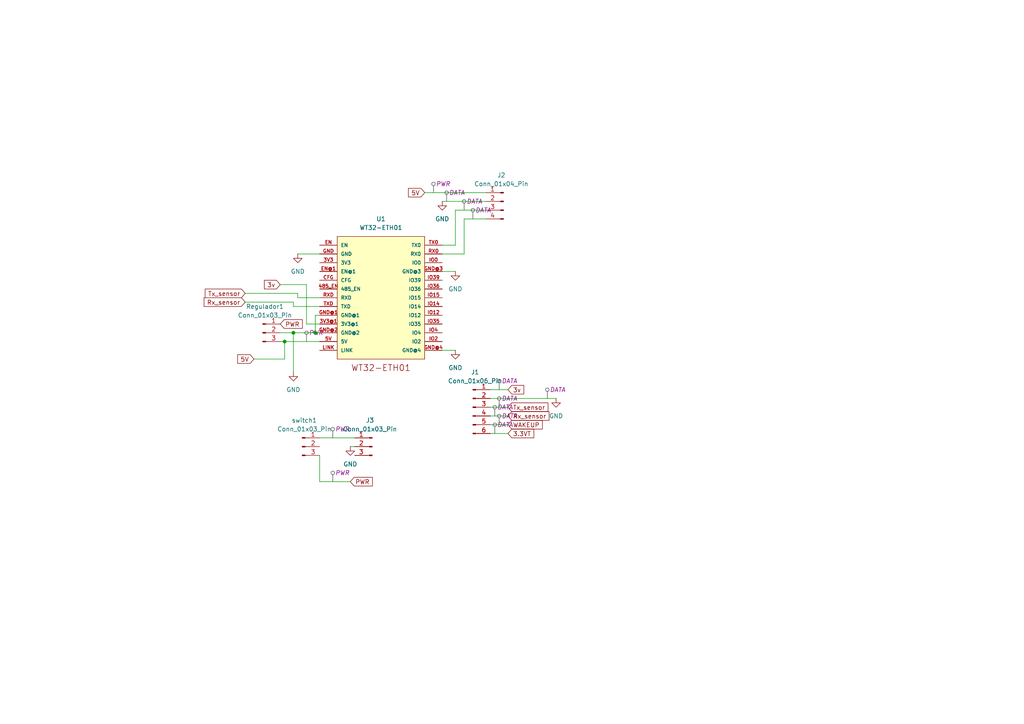
<source format=kicad_sch>
(kicad_sch (version 20231120) (generator "eeschema") (generator_version "8.0")
  (paper "A4")
  (lib_symbols
    (symbol "Connector:Conn_01x03_Pin" (pin_names (offset 1.016) hide)
      (property "Reference" "J" (at 0 5.08 0))
      (property "Value" "Conn_01x03_Pin" (at 0 -5.08 0))
      (symbol "Conn_01x03_Pin_1_1"
        (polyline (pts (xy 1.27 -2.54) (xy 0.8636 -2.54)) (stroke (width 0.1524)))
        (polyline (pts (xy 1.27 0) (xy 0.8636 0)) (stroke (width 0.1524)))
        (polyline (pts (xy 1.27 2.54) (xy 0.8636 2.54)) (stroke (width 0.1524)))
        (rectangle (start 0.8636 -2.413) (end 0 -2.667) (stroke (width 0.1524)) (fill (type outline)))
        (rectangle (start 0.8636 0.127) (end 0 -0.127) (stroke (width 0.1524)) (fill (type outline)))
        (rectangle (start 0.8636 2.667) (end 0 2.413) (stroke (width 0.1524)) (fill (type outline)))
        (pin passive line (at 5.08 2.54 180) (length 3.81) (name "Pin_1") (number "1"))
        (pin passive line (at 5.08 0 180) (length 3.81) (name "Pin_2") (number "2"))
        (pin passive line (at 5.08 -2.54 180) (length 3.81) (name "Pin_3") (number "3"))
      )
    )
    (symbol "Connector:Conn_01x04_Pin" (pin_names (offset 1.016) hide)
      (property "Reference" "J" (at 0 5.08 0))
      (property "Value" "Conn_01x04_Pin" (at 0 -7.62 0))
      (symbol "Conn_01x04_Pin_1_1"
        (polyline (pts (xy 1.27 -5.08) (xy 0.8636 -5.08)) (stroke (width 0.1524)))
        (polyline (pts (xy 1.27 -2.54) (xy 0.8636 -2.54)) (stroke (width 0.1524)))
        (polyline (pts (xy 1.27 0) (xy 0.8636 0)) (stroke (width 0.1524)))
        (polyline (pts (xy 1.27 2.54) (xy 0.8636 2.54)) (stroke (width 0.1524)))
        (rectangle (start 0.8636 -4.953) (end 0 -5.207) (stroke (width 0.1524)) (fill (type outline)))
        (rectangle (start 0.8636 -2.413) (end 0 -2.667) (stroke (width 0.1524)) (fill (type outline)))
        (rectangle (start 0.8636 0.127) (end 0 -0.127) (stroke (width 0.1524)) (fill (type outline)))
        (rectangle (start 0.8636 2.667) (end 0 2.413) (stroke (width 0.1524)) (fill (type outline)))
        (pin passive line (at 5.08 2.54 180) (length 3.81) (name "Pin_1") (number "1"))
        (pin passive line (at 5.08 0 180) (length 3.81) (name "Pin_2") (number "2"))
        (pin passive line (at 5.08 -2.54 180) (length 3.81) (name "Pin_3") (number "3"))
        (pin passive line (at 5.08 -5.08 180) (length 3.81) (name "Pin_4") (number "4"))
      )
    )
    (symbol "Connector:Conn_01x06_Pin" (pin_names (offset 1.016) hide)
      (property "Reference" "J" (at 0 7.62 0))
      (property "Value" "Conn_01x06_Pin" (at 0 -10.16 0))
      (symbol "Conn_01x06_Pin_1_1"
        (polyline (pts (xy 1.27 -7.62) (xy 0.8636 -7.62)) (stroke (width 0.1524)))
        (polyline (pts (xy 1.27 -5.08) (xy 0.8636 -5.08)) (stroke (width 0.1524)))
        (polyline (pts (xy 1.27 -2.54) (xy 0.8636 -2.54)) (stroke (width 0.1524)))
        (polyline (pts (xy 1.27 0) (xy 0.8636 0)) (stroke (width 0.1524)))
        (polyline (pts (xy 1.27 2.54) (xy 0.8636 2.54)) (stroke (width 0.1524)))
        (polyline (pts (xy 1.27 5.08) (xy 0.8636 5.08)) (stroke (width 0.1524)))
        (rectangle (start 0.8636 -7.493) (end 0 -7.747) (stroke (width 0.1524)) (fill (type outline)))
        (rectangle (start 0.8636 -4.953) (end 0 -5.207) (stroke (width 0.1524)) (fill (type outline)))
        (rectangle (start 0.8636 -2.413) (end 0 -2.667) (stroke (width 0.1524)) (fill (type outline)))
        (rectangle (start 0.8636 0.127) (end 0 -0.127) (stroke (width 0.1524)) (fill (type outline)))
        (rectangle (start 0.8636 2.667) (end 0 2.413) (stroke (width 0.1524)) (fill (type outline)))
        (rectangle (start 0.8636 5.207) (end 0 4.953) (stroke (width 0.1524)) (fill (type outline)))
        (pin passive line (at 5.08 5.08 180) (length 3.81) (name "Pin_1") (number "1"))
        (pin passive line (at 5.08 2.54 180) (length 3.81) (name "Pin_2") (number "2"))
        (pin passive line (at 5.08 0 180) (length 3.81) (name "Pin_3") (number "3"))
        (pin passive line (at 5.08 -2.54 180) (length 3.81) (name "Pin_4") (number "4"))
        (pin passive line (at 5.08 -5.08 180) (length 3.81) (name "Pin_5") (number "5"))
        (pin passive line (at 5.08 -7.62 180) (length 3.81) (name "Pin_6") (number "6"))
      )
    )
    (symbol "WT32-ETH01:WT32-ETH01" (pin_names (offset 1.016))
      (property "Reference" "U" (at 0 0 0))
      (property "Value" "WT32-ETH01" (at 0 0 0))
      (symbol "WT32-ETH01_0_0"
        (rectangle (start -12.7 -17.78) (end 12.7 17.78) (stroke (width 0.1524)) (fill (type background)))
        (text "WT32-ETH01" (at 0 -20.32 0) (effects (font (size 1.778 1.778))))
        (pin bidirectional line (at -17.78 10.16 0) (length 5.08) (name "3V3") (number "3V3"))
        (pin bidirectional line (at -17.78 -7.62 0) (length 5.08) (name "3V3@1") (number "3V3@1"))
        (pin bidirectional line (at -17.78 2.54 0) (length 5.08) (name "485_EN") (number "485_EN"))
        (pin bidirectional line (at -17.78 -12.7 0) (length 5.08) (name "5V") (number "5V"))
        (pin bidirectional line (at -17.78 5.08 0) (length 5.08) (name "CFG") (number "CFG"))
        (pin bidirectional line (at -17.78 15.24 0) (length 5.08) (name "EN") (number "EN"))
        (pin bidirectional line (at -17.78 7.62 0) (length 5.08) (name "EN@1") (number "EN@1"))
        (pin bidirectional line (at -17.78 12.7 0) (length 5.08) (name "GND") (number "GND"))
        (pin bidirectional line (at -17.78 -5.08 0) (length 5.08) (name "GND@1") (number "GND@1"))
        (pin bidirectional line (at -17.78 -10.16 0) (length 5.08) (name "GND@2") (number "GND@2"))
        (pin bidirectional line (at 17.78 7.62 180) (length 5.08) (name "GND@3") (number "GND@3"))
        (pin bidirectional line (at 17.78 -15.24 180) (length 5.08) (name "GND@4") (number "GND@4"))
        (pin bidirectional line (at 17.78 10.16 180) (length 5.08) (name "IO0") (number "IO0"))
        (pin bidirectional line (at 17.78 -5.08 180) (length 5.08) (name "IO12") (number "IO12"))
        (pin bidirectional line (at 17.78 -2.54 180) (length 5.08) (name "IO14") (number "IO14"))
        (pin bidirectional line (at 17.78 0 180) (length 5.08) (name "IO15") (number "IO15"))
        (pin bidirectional line (at 17.78 -12.7 180) (length 5.08) (name "IO2") (number "IO2"))
        (pin bidirectional line (at 17.78 -7.62 180) (length 5.08) (name "IO35") (number "IO35"))
        (pin bidirectional line (at 17.78 2.54 180) (length 5.08) (name "IO36") (number "IO36"))
        (pin bidirectional line (at 17.78 5.08 180) (length 5.08) (name "IO39") (number "IO39"))
        (pin bidirectional line (at 17.78 -10.16 180) (length 5.08) (name "IO4") (number "IO4"))
        (pin bidirectional line (at -17.78 -15.24 0) (length 5.08) (name "LINK") (number "LINK"))
        (pin bidirectional line (at 17.78 12.7 180) (length 5.08) (name "RX0") (number "RX0"))
        (pin bidirectional line (at -17.78 0 0) (length 5.08) (name "RXD") (number "RXD"))
        (pin bidirectional line (at 17.78 15.24 180) (length 5.08) (name "TX0") (number "TX0"))
        (pin bidirectional line (at -17.78 -2.54 0) (length 5.08) (name "TXD") (number "TXD"))
      )
    )
    (symbol "power:GND" (power) (pin_numbers hide) (pin_names (offset 0) hide)
      (property "Value" "GND" (at 0 -3.81 0))
      (symbol "GND_0_1"
        (polyline (pts (xy 0 0) (xy 0 -1.27) (xy 1.27 -1.27) (xy 0 -2.54) (xy -1.27 -1.27) (xy 0 -1.27)))
      )
      (symbol "GND_1_1"
        (pin power_in line (at 0 0 270) (length 0) (name "~") (number "1"))
      )
    )
  )
  (junction (at 82.55 99.06))
  (junction (at 85.09 96.52))
  (junction (at 91.44 96.52))
  (wire (pts (xy 142.24 123.19) (xy 147.32 123.19)))
  (wire (pts (xy 81.28 99.06) (xy 82.55 99.06)))
  (wire (pts (xy 101.6 129.54) (xy 102.87 129.54)))
  (wire (pts (xy 132.08 60.96) (xy 132.08 71.12)))
  (wire (pts (xy 91.44 96.52) (xy 92.71 96.52)))
  (wire (pts (xy 71.12 85.09) (xy 86.36 85.09)))
  (wire (pts (xy 128.27 78.74) (xy 132.08 78.74)))
  (wire (pts (xy 128.27 58.42) (xy 140.97 58.42)))
  (wire (pts (xy 128.27 101.6) (xy 132.08 101.6)))
  (wire (pts (xy 86.36 85.09) (xy 86.36 86.36)))
  (wire (pts (xy 134.62 73.66) (xy 134.62 63.5)))
  (wire (pts (xy 92.71 127) (xy 102.87 127)))
  (wire (pts (xy 73.66 104.14) (xy 82.55 104.14)))
  (wire (pts (xy 81.28 82.55) (xy 88.9 82.55)))
  (wire (pts (xy 132.08 60.96) (xy 140.97 60.96)))
  (wire (pts (xy 85.09 88.9) (xy 92.71 88.9)))
  (wire (pts (xy 71.12 87.63) (xy 85.09 87.63)))
  (wire (pts (xy 91.44 91.44) (xy 91.44 96.52)))
  (wire (pts (xy 101.6 139.7) (xy 92.71 139.7)))
  (wire (pts (xy 128.27 73.66) (xy 134.62 73.66)))
  (wire (pts (xy 134.62 63.5) (xy 140.97 63.5)))
  (wire (pts (xy 123.19 55.88) (xy 140.97 55.88)))
  (wire (pts (xy 142.24 120.65) (xy 147.32 120.65)))
  (wire (pts (xy 82.55 99.06) (xy 92.71 99.06)))
  (wire (pts (xy 88.9 93.98) (xy 92.71 93.98)))
  (wire (pts (xy 81.28 96.52) (xy 85.09 96.52)))
  (wire (pts (xy 142.24 115.57) (xy 161.29 115.57)))
  (wire (pts (xy 82.55 104.14) (xy 82.55 99.06)))
  (wire (pts (xy 142.24 125.73) (xy 147.32 125.73)))
  (wire (pts (xy 85.09 87.63) (xy 85.09 88.9)))
  (wire (pts (xy 86.36 73.66) (xy 92.71 73.66)))
  (wire (pts (xy 142.24 118.11) (xy 147.32 118.11)))
  (wire (pts (xy 147.32 113.03) (xy 142.24 113.03)))
  (wire (pts (xy 86.36 86.36) (xy 92.71 86.36)))
  (wire (pts (xy 85.09 96.52) (xy 91.44 96.52)))
  (wire (pts (xy 132.08 71.12) (xy 128.27 71.12)))
  (wire (pts (xy 92.71 91.44) (xy 91.44 91.44)))
  (wire (pts (xy 85.09 96.52) (xy 85.09 107.95)))
  (wire (pts (xy 92.71 139.7) (xy 92.71 132.08)))
  (wire (pts (xy 88.9 82.55) (xy 88.9 93.98)))
  (global_label "PWR" (shape input) (at 101.6 139.7 0) (property "Intersheetrefs" "${INTERSHEET_REFS}" (effects (hide yes))))
  (global_label "PWR" (shape input) (at 81.28 93.98 0) (property "Intersheetrefs" "${INTERSHEET_REFS}" (effects (hide yes))))
  (global_label "3v" (shape input) (at 81.28 82.55 180) (property "Intersheetrefs" "${INTERSHEET_REFS}" (effects (hide yes))))
  (global_label "5V" (shape input) (at 123.19 55.88 180) (property "Intersheetrefs" "${INTERSHEET_REFS}" (effects (hide yes))))
  (global_label "Tx_sensor" (shape input) (at 147.32 118.11 0) (property "Intersheetrefs" "${INTERSHEET_REFS}" (effects (hide yes))))
  (global_label "5V" (shape input) (at 73.66 104.14 180) (property "Intersheetrefs" "${INTERSHEET_REFS}" (effects (hide yes))))
  (global_label "Rx_sensor" (shape input) (at 147.32 120.65 0) (property "Intersheetrefs" "${INTERSHEET_REFS}" (effects (hide yes))))
  (global_label "Tx_sensor" (shape input) (at 71.12 85.09 180) (property "Intersheetrefs" "${INTERSHEET_REFS}" (effects (hide yes))))
  (global_label "3v" (shape input) (at 147.32 113.03 0) (property "Intersheetrefs" "${INTERSHEET_REFS}" (effects (hide yes))))
  (global_label "Rx_sensor" (shape input) (at 71.12 87.63 180) (property "Intersheetrefs" "${INTERSHEET_REFS}" (effects (hide yes))))
  (global_label "WAKEUP" (shape input) (at 147.32 123.19 0) (property "Intersheetrefs" "${INTERSHEET_REFS}" (effects (hide yes))))
  (global_label "3.3VT" (shape input) (at 147.32 125.73 0) (property "Intersheetrefs" "${INTERSHEET_REFS}" (effects (hide yes))))
  (netclass_flag "" (length 2.54) (shape round) (at 96.52 127 0) (property "Netclass" "PWR" (at 97.2185 124.46 0) (effects (font (italic yes)) (justify left))))
  (netclass_flag "" (length 2.54) (shape round) (at 125.73 55.88 0) (property "Netclass" "PWR" (at 126.4285 53.34 0) (effects (font (italic yes)) (justify left))))
  (netclass_flag "" (length 2.54) (shape round) (at 96.52 139.7 0) (property "Netclass" "PWR" (at 97.2185 137.16 0) (effects (font (italic yes)) (justify left))))
  (netclass_flag "" (length 2.54) (shape round) (at 144.78 113.03 0) (property "Netclass" "DATA" (at 145.4785 110.49 0) (effects (font (italic yes)) (justify left))))
  (netclass_flag "" (length 2.54) (shape round) (at 143.51 125.73 0) (property "Netclass" "DATA" (at 144.2085 123.19 0) (effects (font (italic yes)) (justify left))))
  (netclass_flag "" (length 2.54) (shape round) (at 158.75 115.57 0) (property "Netclass" "DATA" (at 159.4485 113.03 0) (effects (font (italic yes)) (justify left))))
  (netclass_flag "" (length 2.54) (shape round) (at 129.54 58.42 0) (property "Netclass" "DATA" (at 130.2385 55.88 0) (effects (font (italic yes)) (justify left))))
  (netclass_flag "" (length 2.54) (shape round) (at 137.16 63.5 0) (property "Netclass" "DATA" (at 137.8585 60.96 0) (effects (font (italic yes)) (justify left))))
  (netclass_flag "" (length 2.54) (shape round) (at 144.78 118.11 0) (property "Netclass" "DATA" (at 145.4785 115.57 0) (effects (font (italic yes)) (justify left))))
  (netclass_flag "" (length 2.54) (shape round) (at 88.9 99.06 0) (property "Netclass" "PWR" (at 89.5985 96.52 0) (effects (font (italic yes)) (justify left))))
  (netclass_flag "" (length 2.54) (shape round) (at 143.51 120.65 0) (property "Netclass" "DATA" (at 144.2085 118.11 0) (effects (font (italic yes)) (justify left))))
  (netclass_flag "" (length 2.54) (shape round) (at 144.78 123.19 0) (property "Netclass" "DATA" (at 145.4785 120.65 0) (effects (font (italic yes)) (justify left))))
  (netclass_flag "" (length 2.54) (shape round) (at 134.62 60.96 0) (property "Netclass" "DATA" (at 135.3185 58.42 0) (effects (font (italic yes)) (justify left))))
  (symbol (lib_id "power:GND") (at 101.6 129.54 0) (unit 1)
    (property "Reference" "#PWR04" (effects (hide yes)))
    (property "Value" "GND" (at 101.6 134.62 0))
    (property "Description" "Power symbol creates a global label with name \"GND\" , ground" (effects (hide yes)))
  )
  (symbol (lib_id "Connector:Conn_01x04_Pin") (at 146.05 58.42 0) (mirror y) (unit 1)
    (property "Reference" "J2" (at 145.415 50.8 0))
    (property "Value" "Conn_01x04_Pin" (at 145.415 53.34 0))
    (property "Footprint" "Connector_Molex:Molex_KK-254_AE-6410-04A_1x04_P2.54mm_Vertical" (effects (hide yes)))
    (property "Description" "Generic connector, single row, 01x04, script generated" (effects (hide yes)))
  )
  (symbol (lib_id "Connector:Conn_01x03_Pin") (at 76.2 96.52 0) (unit 1)
    (property "Reference" "Regulador1" (at 76.835 88.9 0))
    (property "Value" "Conn_01x03_Pin" (at 76.835 91.44 0))
    (property "Footprint" "Connector_PinHeader_2.54mm:PinHeader_1x03_P2.54mm_Vertical" (effects (hide yes)))
    (property "Description" "Generic connector, single row, 01x03, script generated" (effects (hide yes)))
  )
  (symbol (lib_id "WT32-ETH01:WT32-ETH01") (at 110.49 86.36 0) (unit 1)
    (property "Reference" "U1" (at 110.49 63.5 0))
    (property "Value" "WT32-ETH01" (at 110.49 66.04 0))
    (property "Footprint" "WT32-ETH01:WT32-ETH01" (effects (hide yes)))
    (property "MF" "wireless-tag" (effects (hide yes)))
    (property "Description_1" "\nEmbedded serial port to Ethernet module\n" (effects (hide yes)))
    (property "Package" "None" (effects (hide yes)))
    (property "Price" "None" (effects (hide yes)))
    (property "SnapEDA_Link" "https://www.snapeda.com/parts/WT32-ETH01/Wireless-Tag/view-part/?ref=snap" (effects (hide yes)))
    (property "MP" "WT32-ETH01" (effects (hide yes)))
    (property "Availability" "Not in stock" (effects (hide yes)))
    (property "Check_prices" "https://www.snapeda.com/parts/WT32-ETH01/Wireless-Tag/view-part/?ref=eda" (effects (hide yes)))
  )
  (symbol (lib_id "Connector:Conn_01x03_Pin") (at 107.95 129.54 0) (mirror y) (unit 1)
    (property "Reference" "J3" (at 107.315 121.92 0))
    (property "Value" "Conn_01x03_Pin" (at 107.315 124.46 0))
    (property "Footprint" "Connector_BarrelJack:BarrelJack_GCT_DCJ200-10-A_Horizontal" (effects (hide yes)))
    (property "Description" "Generic connector, single row, 01x03, script generated" (effects (hide yes)))
  )
  (symbol (lib_id "power:GND") (at 132.08 101.6 0) (unit 1)
    (property "Reference" "#PWR08" (effects (hide yes)))
    (property "Value" "GND" (at 132.08 106.68 0))
    (property "Description" "Power symbol creates a global label with name \"GND\" , ground" (effects (hide yes)))
  )
  (symbol (lib_id "power:GND") (at 128.27 58.42 0) (unit 1)
    (property "Reference" "#PWR03" (effects (hide yes)))
    (property "Value" "GND" (at 128.27 63.5 0))
    (property "Description" "Power symbol creates a global label with name \"GND\" , ground" (effects (hide yes)))
  )
  (symbol (lib_id "Connector:Conn_01x06_Pin") (at 137.16 118.11 0) (unit 1)
    (property "Reference" "J1" (at 137.795 107.95 0))
    (property "Value" "Conn_01x06_Pin" (at 137.795 110.49 0))
    (property "Footprint" "Connector_Molex:Molex_KK-254_AE-6410-06A_1x06_P2.54mm_Vertical" (effects (hide yes)))
    (property "Description" "Generic connector, single row, 01x06, script generated" (effects (hide yes)))
  )
  (symbol (lib_id "power:GND") (at 85.09 107.95 0) (unit 1)
    (property "Reference" "#PWR02" (effects (hide yes)))
    (property "Value" "GND" (at 85.09 113.03 0))
    (property "Description" "Power symbol creates a global label with name \"GND\" , ground" (effects (hide yes)))
  )
  (symbol (lib_id "power:GND") (at 86.36 73.66 0) (unit 1)
    (property "Reference" "#PWR07" (effects (hide yes)))
    (property "Value" "GND" (at 86.36 78.74 0))
    (property "Description" "Power symbol creates a global label with name \"GND\" , ground" (effects (hide yes)))
  )
  (symbol (lib_id "power:GND") (at 161.29 115.57 0) (unit 1)
    (property "Reference" "#PWR01" (effects (hide yes)))
    (property "Value" "GND" (at 161.29 120.65 0))
    (property "Description" "Power symbol creates a global label with name \"GND\" , ground" (effects (hide yes)))
  )
  (symbol (lib_id "power:GND") (at 132.08 78.74 0) (unit 1)
    (property "Reference" "#PWR05" (effects (hide yes)))
    (property "Value" "GND" (at 132.08 83.82 0))
    (property "Description" "Power symbol creates a global label with name \"GND\" , ground" (effects (hide yes)))
  )
  (symbol (lib_id "Connector:Conn_01x03_Pin") (at 87.63 129.54 0) (unit 1)
    (property "Reference" "switch1" (at 88.265 121.92 0))
    (property "Value" "Conn_01x03_Pin" (at 88.265 124.46 0))
    (property "Footprint" "Connector_PinHeader_2.54mm:PinHeader_1x03_P2.54mm_Vertical" (effects (hide yes)))
    (property "Description" "Generic connector, single row, 01x03, script generated" (effects (hide yes)))
  )
)
</source>
